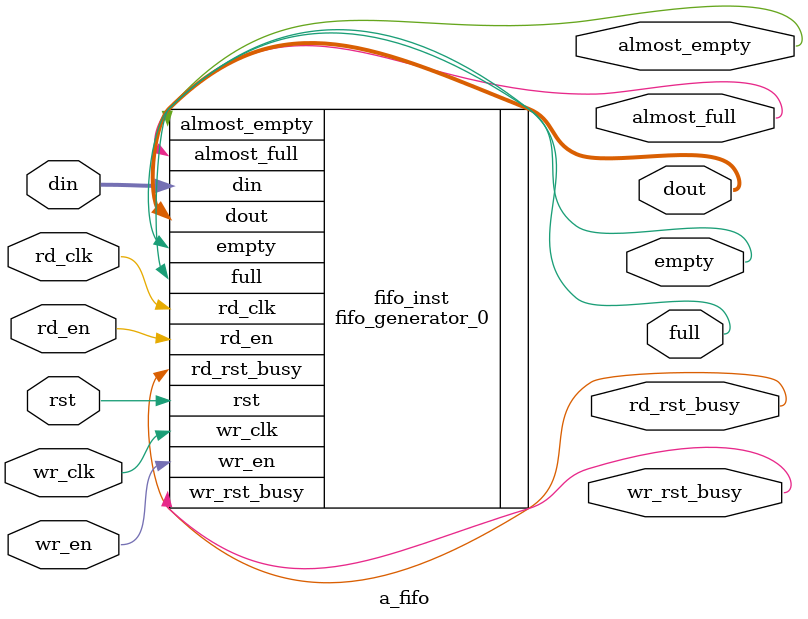
<source format=v>
module a_fifo (
    input wire rst,
    input wire wr_clk,
    input wire rd_clk,
    input wire [7:0] din,
    input wire wr_en,
    input wire rd_en,
    output wire [7:0] dout,
    output wire full,
    output wire empty,
    output wire almost_full,
    output wire almost_empty,
    output wire wr_rst_busy,
    output wire rd_rst_busy
);

// Instantiating the VHDL FIFO inside Verilog
fifo_generator_0 fifo_inst (
    .rst(rst),
    .wr_clk(wr_clk),
    .rd_clk(rd_clk),
    .din(din),
    .wr_en(wr_en),
    .rd_en(rd_en),
    .dout(dout),
    .full(full),
    .empty(empty),
    .almost_full(almost_full),
    .almost_empty(almost_empty),
    .wr_rst_busy(wr_rst_busy),
    .rd_rst_busy(rd_rst_busy)
);

endmodule

</source>
